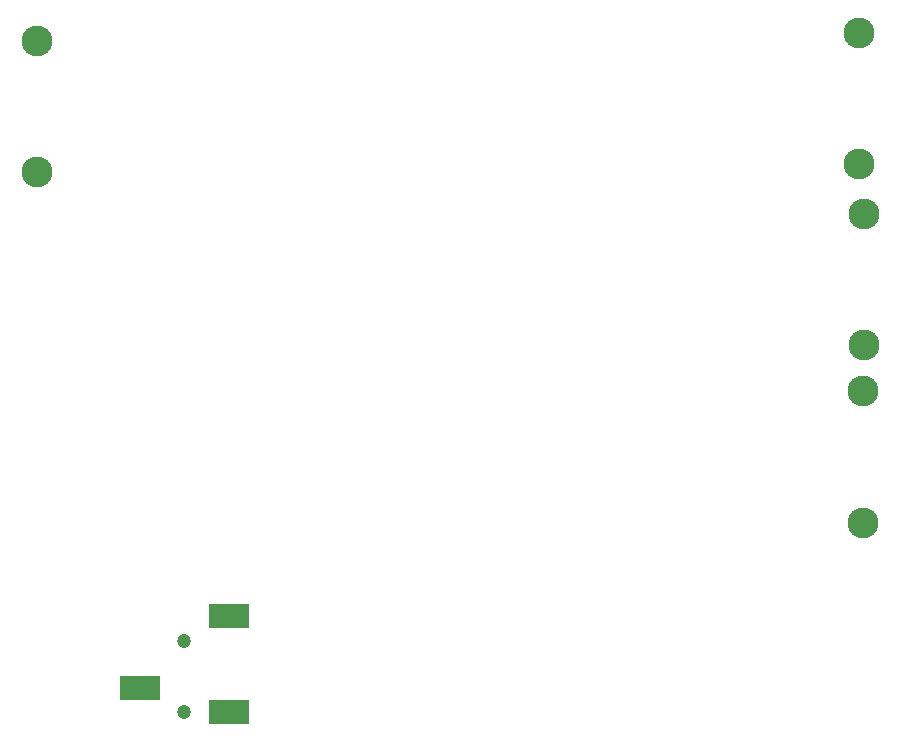
<source format=gtp>
G04 MADE WITH FRITZING*
G04 WWW.FRITZING.ORG*
G04 DOUBLE SIDED*
G04 HOLES PLATED*
G04 CONTOUR ON CENTER OF CONTOUR VECTOR*
%FSLAX26Y26*%
%MOIN*%
%ADD10C,0.047244*%
%ADD11C,0.102677*%
%ADD12R,0.137795X0.078743*%
%ADD13R,0.137795X0.078740*%
G04 PASTEMASK1*
%FSLAX26Y26*%
%MOIN*%
D10*
X826269Y51740D03*
X826287Y288170D03*
D11*
X335435Y1849021D03*
X335435Y2286028D03*
X3092530Y1711650D03*
X3092530Y1274640D03*
X3089660Y1118810D03*
X3089660Y681800D03*
X3077190Y2313644D03*
X3077190Y1876637D03*
D12*
X974595Y51949D03*
D13*
X974595Y370260D03*
D12*
X679319Y130689D03*
G04 End of PasteMask1*
M02*
</source>
